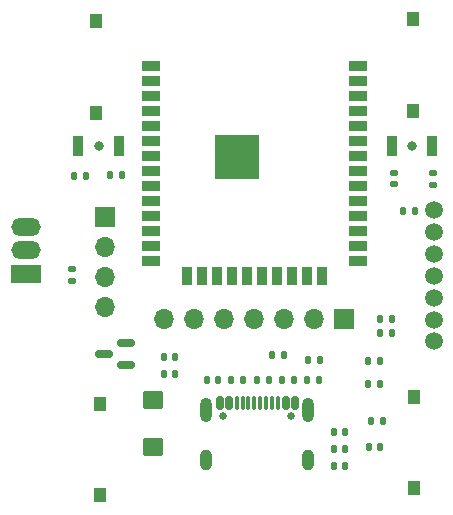
<source format=gbr>
%TF.GenerationSoftware,KiCad,Pcbnew,7.0.10*%
%TF.CreationDate,2024-12-04T12:38:22+05:30*%
%TF.ProjectId,Watch_v3,57617463-685f-4763-932e-6b696361645f,Watch_v3*%
%TF.SameCoordinates,Original*%
%TF.FileFunction,Soldermask,Top*%
%TF.FilePolarity,Negative*%
%FSLAX46Y46*%
G04 Gerber Fmt 4.6, Leading zero omitted, Abs format (unit mm)*
G04 Created by KiCad (PCBNEW 7.0.10) date 2024-12-04 12:38:22*
%MOMM*%
%LPD*%
G01*
G04 APERTURE LIST*
G04 Aperture macros list*
%AMRoundRect*
0 Rectangle with rounded corners*
0 $1 Rounding radius*
0 $2 $3 $4 $5 $6 $7 $8 $9 X,Y pos of 4 corners*
0 Add a 4 corners polygon primitive as box body*
4,1,4,$2,$3,$4,$5,$6,$7,$8,$9,$2,$3,0*
0 Add four circle primitives for the rounded corners*
1,1,$1+$1,$2,$3*
1,1,$1+$1,$4,$5*
1,1,$1+$1,$6,$7*
1,1,$1+$1,$8,$9*
0 Add four rect primitives between the rounded corners*
20,1,$1+$1,$2,$3,$4,$5,0*
20,1,$1+$1,$4,$5,$6,$7,0*
20,1,$1+$1,$6,$7,$8,$9,0*
20,1,$1+$1,$8,$9,$2,$3,0*%
G04 Aperture macros list end*
%ADD10RoundRect,0.135000X-0.185000X0.135000X-0.185000X-0.135000X0.185000X-0.135000X0.185000X0.135000X0*%
%ADD11RoundRect,0.140000X0.170000X-0.140000X0.170000X0.140000X-0.170000X0.140000X-0.170000X-0.140000X0*%
%ADD12RoundRect,0.135000X-0.135000X-0.185000X0.135000X-0.185000X0.135000X0.185000X-0.135000X0.185000X0*%
%ADD13RoundRect,0.135000X0.135000X0.185000X-0.135000X0.185000X-0.135000X-0.185000X0.135000X-0.185000X0*%
%ADD14RoundRect,0.140000X0.140000X0.170000X-0.140000X0.170000X-0.140000X-0.170000X0.140000X-0.170000X0*%
%ADD15RoundRect,0.147500X-0.147500X-0.172500X0.147500X-0.172500X0.147500X0.172500X-0.147500X0.172500X0*%
%ADD16RoundRect,0.140000X-0.140000X-0.170000X0.140000X-0.170000X0.140000X0.170000X-0.140000X0.170000X0*%
%ADD17R,2.500000X1.500000*%
%ADD18O,2.500000X1.500000*%
%ADD19RoundRect,0.222222X-0.627778X0.577778X-0.627778X-0.577778X0.627778X-0.577778X0.627778X0.577778X0*%
%ADD20R,1.700000X1.700000*%
%ADD21O,1.700000X1.700000*%
%ADD22C,1.500000*%
%ADD23R,3.800000X3.800000*%
%ADD24R,1.500000X0.900000*%
%ADD25R,0.900000X1.500000*%
%ADD26R,1.000000X1.250000*%
%ADD27R,0.900000X1.700000*%
%ADD28C,0.800000*%
%ADD29O,1.000000X1.800000*%
%ADD30O,1.000000X2.100000*%
%ADD31RoundRect,0.150000X-0.150000X-0.425000X0.150000X-0.425000X0.150000X0.425000X-0.150000X0.425000X0*%
%ADD32RoundRect,0.075000X-0.075000X-0.500000X0.075000X-0.500000X0.075000X0.500000X-0.075000X0.500000X0*%
%ADD33C,0.650000*%
%ADD34RoundRect,0.135000X0.185000X-0.135000X0.185000X0.135000X-0.185000X0.135000X-0.185000X-0.135000X0*%
%ADD35RoundRect,0.150000X0.587500X0.150000X-0.587500X0.150000X-0.587500X-0.150000X0.587500X-0.150000X0*%
G04 APERTURE END LIST*
D10*
%TO.C,R13*%
X162975000Y-81005000D03*
X162975000Y-82025000D03*
%TD*%
D11*
%TO.C,C8*%
X159625000Y-81960000D03*
X159625000Y-81000000D03*
%TD*%
D12*
%TO.C,R9*%
X160405000Y-84275000D03*
X161425000Y-84275000D03*
%TD*%
D13*
%TO.C,R25*%
X150325000Y-96425000D03*
X149305000Y-96425000D03*
%TD*%
D14*
%TO.C,C7*%
X133525000Y-81250000D03*
X132565000Y-81250000D03*
%TD*%
D13*
%TO.C,R12*%
X136645000Y-81175000D03*
X135625000Y-81175000D03*
%TD*%
D14*
%TO.C,C16*%
X141110000Y-96600000D03*
X140150000Y-96600000D03*
%TD*%
%TO.C,C15*%
X141125000Y-98025000D03*
X140165000Y-98025000D03*
%TD*%
D13*
%TO.C,R6*%
X153360000Y-96825000D03*
X152340000Y-96825000D03*
%TD*%
D14*
%TO.C,C1*%
X144735000Y-98575000D03*
X143775000Y-98575000D03*
%TD*%
D12*
%TO.C,R2*%
X145805000Y-98600000D03*
X146825000Y-98600000D03*
%TD*%
%TO.C,R1*%
X148080000Y-98550000D03*
X149100000Y-98550000D03*
%TD*%
%TO.C,R20*%
X150130000Y-98550000D03*
X151150000Y-98550000D03*
%TD*%
%TO.C,R3*%
X152305000Y-98600000D03*
X153325000Y-98600000D03*
%TD*%
%TO.C,R4*%
X158450000Y-94575000D03*
X159470000Y-94575000D03*
%TD*%
D15*
%TO.C,D3*%
X157465000Y-96925000D03*
X158435000Y-96925000D03*
%TD*%
D12*
%TO.C,R38*%
X157655000Y-102000000D03*
X158675000Y-102000000D03*
%TD*%
D16*
%TO.C,C14*%
X157540000Y-104275000D03*
X158500000Y-104275000D03*
%TD*%
D14*
%TO.C,C13*%
X155510000Y-102950000D03*
X154550000Y-102950000D03*
%TD*%
D16*
%TO.C,C19*%
X154540000Y-104425000D03*
X155500000Y-104425000D03*
%TD*%
%TO.C,C20*%
X154565000Y-105825000D03*
X155525000Y-105825000D03*
%TD*%
D15*
%TO.C,D4*%
X157475000Y-98875000D03*
X158445000Y-98875000D03*
%TD*%
D17*
%TO.C,SW2*%
X128450000Y-89575000D03*
D18*
X128450000Y-87575000D03*
X128450000Y-85575000D03*
%TD*%
D19*
%TO.C,D1*%
X139250000Y-100275000D03*
X139250000Y-104275000D03*
%TD*%
D20*
%TO.C,J7*%
X155405000Y-93400000D03*
D21*
X152865000Y-93400000D03*
X150325000Y-93400000D03*
X147785000Y-93400000D03*
X145245000Y-93400000D03*
X142705000Y-93400000D03*
X140165000Y-93400000D03*
%TD*%
D22*
%TO.C,J8*%
X163025000Y-95300000D03*
X163025000Y-93450000D03*
X163025000Y-91600000D03*
X163025000Y-89750000D03*
X163025000Y-87900000D03*
X163025000Y-86050000D03*
X163025000Y-84200000D03*
%TD*%
D23*
%TO.C,U4*%
X146325000Y-79700000D03*
D24*
X156575000Y-71980000D03*
X156575000Y-73250000D03*
X156575000Y-74520000D03*
X156575000Y-75790000D03*
X156575000Y-77060000D03*
X156575000Y-78330000D03*
X156575000Y-79600000D03*
X156575000Y-80870000D03*
X156575000Y-82140000D03*
X156575000Y-83410000D03*
X156575000Y-84680000D03*
X156575000Y-85950000D03*
X156575000Y-87220000D03*
X156575000Y-88490000D03*
D25*
X153545000Y-89740000D03*
X152275000Y-89740000D03*
X151005000Y-89740000D03*
X149735000Y-89740000D03*
X148465000Y-89740000D03*
X147195000Y-89740000D03*
X145925000Y-89740000D03*
X144655000Y-89740000D03*
X143385000Y-89740000D03*
X142115000Y-89740000D03*
D24*
X139075000Y-88490000D03*
X139075000Y-87220000D03*
X139075000Y-85950000D03*
X139075000Y-84680000D03*
X139075000Y-83410000D03*
X139075000Y-82140000D03*
X139075000Y-80870000D03*
X139075000Y-79600000D03*
X139075000Y-78330000D03*
X139075000Y-77060000D03*
X139075000Y-75790000D03*
X139075000Y-74520000D03*
X139075000Y-73250000D03*
X139075000Y-71980000D03*
%TD*%
D15*
%TO.C,D2*%
X158480000Y-93400000D03*
X159450000Y-93400000D03*
%TD*%
D26*
%TO.C,SW7*%
X134775000Y-108325000D03*
X134775000Y-100575000D03*
%TD*%
D27*
%TO.C,SW1*%
X132925000Y-78750000D03*
X136325000Y-78750000D03*
D28*
X134625000Y-78750000D03*
%TD*%
D29*
%TO.C,J1*%
X152390000Y-105300000D03*
D30*
X152390000Y-101120000D03*
D29*
X143750000Y-105300000D03*
D30*
X143750000Y-101120000D03*
D31*
X144870000Y-100545000D03*
X145670000Y-100545000D03*
D32*
X146320000Y-100545000D03*
X147320000Y-100545000D03*
X148820000Y-100545000D03*
X149820000Y-100545000D03*
D31*
X150470000Y-100545000D03*
X151270000Y-100545000D03*
X151270000Y-100545000D03*
X150470000Y-100545000D03*
D32*
X149320000Y-100545000D03*
X148320000Y-100545000D03*
X147820000Y-100545000D03*
X146820000Y-100545000D03*
D31*
X145670000Y-100545000D03*
X144870000Y-100545000D03*
D33*
X150960000Y-101620000D03*
X145180000Y-101620000D03*
%TD*%
D26*
%TO.C,SW4*%
X161250000Y-75750000D03*
X161250000Y-68000000D03*
%TD*%
D34*
%TO.C,R19*%
X132375000Y-90220000D03*
X132375000Y-89200000D03*
%TD*%
D26*
%TO.C,SW6*%
X161350000Y-99975000D03*
X161350000Y-107725000D03*
%TD*%
D35*
%TO.C,Q1*%
X136925000Y-97325000D03*
X136925000Y-95425000D03*
X135050000Y-96375000D03*
%TD*%
D20*
%TO.C,J4*%
X135200000Y-84775000D03*
D21*
X135200000Y-87315000D03*
X135200000Y-89855000D03*
X135200000Y-92395000D03*
%TD*%
D27*
%TO.C,SW3*%
X162875000Y-78725000D03*
X159475000Y-78725000D03*
D28*
X161175000Y-78725000D03*
%TD*%
D26*
%TO.C,SW5*%
X134425000Y-75925000D03*
X134425000Y-68175000D03*
%TD*%
M02*

</source>
